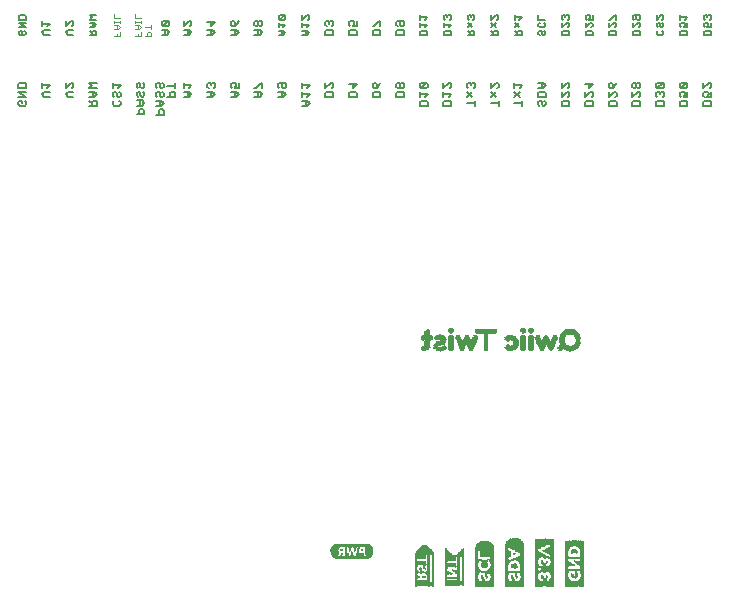
<source format=gbo>
G75*
%MOIN*%
%OFA0B0*%
%FSLAX25Y25*%
%IPPOS*%
%LPD*%
%AMOC8*
5,1,8,0,0,1.08239X$1,22.5*
%
%ADD10R,0.00157X0.15906*%
%ADD11R,0.00157X0.02992*%
%ADD12R,0.00157X0.03937*%
%ADD13R,0.00157X0.07402*%
%ADD14R,0.00157X0.02520*%
%ADD15R,0.00157X0.03307*%
%ADD16R,0.00157X0.01102*%
%ADD17R,0.00157X0.02362*%
%ADD18R,0.00157X0.01890*%
%ADD19R,0.00157X0.02677*%
%ADD20R,0.00157X0.00787*%
%ADD21R,0.00157X0.01732*%
%ADD22R,0.00157X0.02205*%
%ADD23R,0.00157X0.00630*%
%ADD24R,0.00157X0.02047*%
%ADD25R,0.00157X0.00472*%
%ADD26R,0.00157X0.00315*%
%ADD27R,0.00157X0.00945*%
%ADD28R,0.00157X0.01575*%
%ADD29R,0.00157X0.01417*%
%ADD30R,0.00157X0.01260*%
%ADD31R,0.00157X0.03150*%
%ADD32R,0.00157X0.03622*%
%ADD33R,0.00157X0.00157*%
%ADD34R,0.00157X0.02835*%
%ADD35R,0.00157X0.03465*%
%ADD36R,0.00157X0.15276*%
%ADD37R,0.00157X0.11024*%
%ADD38R,0.00157X0.12913*%
%ADD39R,0.00157X0.13386*%
%ADD40R,0.00157X0.13701*%
%ADD41R,0.00157X0.14016*%
%ADD42R,0.00157X0.14173*%
%ADD43R,0.00157X0.14331*%
%ADD44R,0.00157X0.14488*%
%ADD45R,0.00157X0.07087*%
%ADD46R,0.00157X0.04882*%
%ADD47R,0.00157X0.05039*%
%ADD48R,0.00157X0.05197*%
%ADD49R,0.00157X0.13858*%
%ADD50R,0.00157X0.14646*%
%ADD51R,0.00157X0.14961*%
%ADD52R,0.00157X0.15118*%
%ADD53R,0.00157X0.15433*%
%ADD54R,0.00157X0.11969*%
%ADD55R,0.00157X0.04567*%
%ADD56R,0.00157X0.04409*%
%ADD57R,0.00157X0.04252*%
%ADD58R,0.00157X0.04094*%
%ADD59R,0.00157X0.03780*%
%ADD60R,0.00157X0.12756*%
%ADD61R,0.00157X0.12598*%
%ADD62R,0.00157X0.12441*%
%ADD63R,0.00157X0.12283*%
%ADD64R,0.00157X0.11181*%
%ADD65R,0.00157X0.10866*%
%ADD66R,0.00157X0.10709*%
%ADD67R,0.00157X0.12126*%
%ADD68R,0.00157X0.11496*%
%ADD69R,0.00157X0.11654*%
%ADD70R,0.00157X0.13071*%
%ADD71R,0.00157X0.13228*%
%ADD72R,0.00157X0.11811*%
%ADD73R,0.10748X0.00118*%
%ADD74R,0.11457X0.00118*%
%ADD75R,0.11929X0.00079*%
%ADD76R,0.12402X0.00157*%
%ADD77R,0.12638X0.00118*%
%ADD78R,0.12874X0.00118*%
%ADD79R,0.13110X0.00079*%
%ADD80R,0.04961X0.00118*%
%ADD81R,0.03071X0.00118*%
%ADD82R,0.05079X0.00118*%
%ADD83R,0.02244X0.00157*%
%ADD84R,0.00945X0.00157*%
%ADD85R,0.01181X0.00157*%
%ADD86R,0.00472X0.00157*%
%ADD87R,0.02835X0.00157*%
%ADD88R,0.02244X0.00118*%
%ADD89R,0.00591X0.00118*%
%ADD90R,0.00945X0.00118*%
%ADD91R,0.00354X0.00118*%
%ADD92R,0.02598X0.00118*%
%ADD93R,0.02362X0.00118*%
%ADD94R,0.00472X0.00118*%
%ADD95R,0.00827X0.00118*%
%ADD96R,0.02480X0.00118*%
%ADD97R,0.02480X0.00157*%
%ADD98R,0.00236X0.00157*%
%ADD99R,0.00709X0.00157*%
%ADD100R,0.00354X0.00157*%
%ADD101R,0.00709X0.00118*%
%ADD102R,0.00236X0.00118*%
%ADD103R,0.02598X0.00157*%
%ADD104R,0.00591X0.00157*%
%ADD105R,0.00118X0.00157*%
%ADD106R,0.02717X0.00118*%
%ADD107R,0.02835X0.00118*%
%ADD108R,0.00827X0.00157*%
%ADD109R,0.01299X0.00118*%
%ADD110R,0.01654X0.00118*%
%ADD111R,0.01063X0.00118*%
%ADD112R,0.01063X0.00157*%
%ADD113R,0.01181X0.00118*%
%ADD114R,0.02126X0.00118*%
%ADD115R,0.02126X0.00157*%
%ADD116R,0.01417X0.00118*%
%ADD117R,0.13110X0.00118*%
%ADD118R,0.12402X0.00118*%
%ADD119R,0.11929X0.00118*%
%ADD120R,0.01378X0.00276*%
%ADD121R,0.01654X0.00276*%
%ADD122R,0.01929X0.00276*%
%ADD123R,0.06063X0.00276*%
%ADD124R,0.03307X0.00315*%
%ADD125R,0.01929X0.00315*%
%ADD126R,0.07165X0.00315*%
%ADD127R,0.00551X0.00315*%
%ADD128R,0.04134X0.00276*%
%ADD129R,0.07165X0.00276*%
%ADD130R,0.04685X0.00236*%
%ADD131R,0.01929X0.00236*%
%ADD132R,0.07165X0.00236*%
%ADD133R,0.05236X0.00315*%
%ADD134R,0.01654X0.00315*%
%ADD135R,0.05787X0.00276*%
%ADD136R,0.00827X0.00276*%
%ADD137R,0.06614X0.00276*%
%ADD138R,0.02480X0.00236*%
%ADD139R,0.01654X0.00236*%
%ADD140R,0.00551X0.00236*%
%ADD141R,0.02205X0.00315*%
%ADD142R,0.01378X0.00315*%
%ADD143R,0.00827X0.00315*%
%ADD144R,0.01102X0.00315*%
%ADD145R,0.02756X0.00315*%
%ADD146R,0.03583X0.00315*%
%ADD147R,0.02205X0.00276*%
%ADD148R,0.03031X0.00276*%
%ADD149R,0.03583X0.00276*%
%ADD150R,0.03858X0.00276*%
%ADD151R,0.04409X0.00276*%
%ADD152R,0.02480X0.00276*%
%ADD153R,0.00551X0.00276*%
%ADD154R,0.04685X0.00276*%
%ADD155R,0.06614X0.00315*%
%ADD156R,0.03031X0.00315*%
%ADD157R,0.06339X0.00276*%
%ADD158R,0.03307X0.00276*%
%ADD159R,0.02756X0.00276*%
%ADD160R,0.00276X0.00276*%
%ADD161R,0.06890X0.00276*%
%ADD162R,0.01102X0.00276*%
%ADD163R,0.06890X0.00236*%
%ADD164R,0.04134X0.00236*%
%ADD165R,0.02205X0.00236*%
%ADD166R,0.04409X0.00236*%
%ADD167R,0.02756X0.00236*%
%ADD168R,0.01102X0.00236*%
%ADD169R,0.00827X0.00236*%
%ADD170R,0.01378X0.00236*%
%ADD171C,0.00500*%
%ADD172C,0.00600*%
%ADD173C,0.00400*%
D10*
X0345184Y0356343D03*
X0345341Y0356343D03*
X0345499Y0356343D03*
X0345656Y0356343D03*
X0345814Y0356343D03*
X0345971Y0356343D03*
X0346129Y0356343D03*
X0350538Y0356343D03*
X0350696Y0356343D03*
X0350853Y0356343D03*
X0351010Y0356343D03*
X0351168Y0356343D03*
X0351325Y0356343D03*
X0351483Y0356343D03*
D11*
X0348648Y0354610D03*
X0348648Y0349886D03*
X0348491Y0349886D03*
X0348333Y0349886D03*
X0348176Y0349886D03*
X0348018Y0349886D03*
X0348806Y0349886D03*
X0350381Y0349886D03*
X0346286Y0358705D03*
X0347231Y0362799D03*
X0347388Y0362799D03*
X0336759Y0362799D03*
X0336286Y0362484D03*
X0326916Y0361854D03*
X0326759Y0361854D03*
X0316601Y0358520D03*
X0309278Y0360409D03*
X0309121Y0360409D03*
X0306129Y0359150D03*
X0358806Y0352720D03*
X0358963Y0352720D03*
X0360223Y0349886D03*
X0360223Y0362169D03*
D12*
X0350381Y0354138D03*
X0338018Y0362642D03*
X0337861Y0362642D03*
X0307073Y0359622D03*
D13*
X0350381Y0360594D03*
D14*
X0348333Y0363035D03*
X0348176Y0363035D03*
X0346444Y0358783D03*
X0346286Y0349650D03*
X0350223Y0349650D03*
X0356601Y0349650D03*
X0359908Y0349650D03*
X0359908Y0362406D03*
X0356601Y0362406D03*
X0340223Y0349650D03*
X0326286Y0349650D03*
X0326286Y0353587D03*
X0317073Y0358283D03*
D15*
X0316286Y0358677D03*
X0308806Y0360567D03*
X0306444Y0359307D03*
X0327861Y0350043D03*
X0330381Y0353665D03*
X0337861Y0350043D03*
X0337073Y0362799D03*
X0346601Y0362642D03*
X0346759Y0362642D03*
X0348333Y0354453D03*
X0350223Y0354138D03*
X0356286Y0362012D03*
X0360381Y0350043D03*
D16*
X0358648Y0351618D03*
X0359278Y0352248D03*
X0359436Y0356343D03*
X0357073Y0355870D03*
X0357388Y0359965D03*
X0359121Y0359965D03*
X0350223Y0357917D03*
X0348648Y0358390D03*
X0348648Y0360437D03*
X0348806Y0360437D03*
X0347388Y0356500D03*
X0347388Y0351776D03*
X0348963Y0351618D03*
X0340223Y0353035D03*
X0337388Y0351618D03*
X0336444Y0356657D03*
X0330223Y0356972D03*
X0329278Y0355555D03*
X0329751Y0353508D03*
X0329593Y0353350D03*
X0329278Y0353193D03*
X0328648Y0352878D03*
X0327388Y0351618D03*
X0326759Y0353508D03*
X0318806Y0353323D03*
X0318648Y0353323D03*
X0316444Y0353008D03*
X0319278Y0358677D03*
X0309121Y0353008D03*
X0305971Y0353323D03*
X0306129Y0351748D03*
D17*
X0308018Y0355685D03*
X0310066Y0359937D03*
X0317231Y0358205D03*
X0320696Y0359465D03*
X0326444Y0349571D03*
X0328176Y0349571D03*
X0330223Y0349571D03*
X0329121Y0352406D03*
X0330223Y0353665D03*
X0336444Y0349571D03*
X0338176Y0349571D03*
X0339121Y0352406D03*
X0336286Y0359177D03*
X0346444Y0349571D03*
X0348963Y0349571D03*
X0350066Y0349571D03*
X0349908Y0354138D03*
X0350066Y0360437D03*
X0350223Y0360437D03*
X0348648Y0363114D03*
X0348491Y0363114D03*
X0356759Y0362484D03*
X0359751Y0362484D03*
X0356759Y0349571D03*
D18*
X0357388Y0349335D03*
X0357546Y0349335D03*
X0357703Y0349335D03*
X0358963Y0349335D03*
X0359121Y0349335D03*
X0359278Y0349335D03*
X0360223Y0356106D03*
X0356286Y0356106D03*
X0357388Y0362720D03*
X0357546Y0362720D03*
X0359121Y0362720D03*
X0359278Y0362720D03*
X0350223Y0363350D03*
X0349593Y0363350D03*
X0349436Y0363350D03*
X0349593Y0360516D03*
X0349278Y0354217D03*
X0347703Y0354217D03*
X0347703Y0349335D03*
X0347231Y0349335D03*
X0347073Y0349335D03*
X0346916Y0349335D03*
X0349436Y0349335D03*
X0339593Y0349335D03*
X0339436Y0349335D03*
X0339278Y0349335D03*
X0339121Y0349335D03*
X0338963Y0349335D03*
X0338806Y0349335D03*
X0337388Y0349335D03*
X0337231Y0349335D03*
X0337073Y0349335D03*
X0336916Y0349335D03*
X0338806Y0352642D03*
X0336759Y0359256D03*
X0328806Y0352642D03*
X0326444Y0353587D03*
X0326759Y0349335D03*
X0326916Y0349335D03*
X0327231Y0349335D03*
X0327388Y0349335D03*
X0328648Y0349335D03*
X0328806Y0349335D03*
X0328963Y0349335D03*
X0329121Y0349335D03*
X0329278Y0349335D03*
X0329436Y0349335D03*
X0329593Y0349335D03*
X0320223Y0359228D03*
X0317703Y0357969D03*
X0310381Y0359858D03*
X0309278Y0349465D03*
X0309121Y0349465D03*
X0308963Y0349465D03*
X0308806Y0349465D03*
X0308648Y0349465D03*
X0308491Y0349465D03*
X0308333Y0349465D03*
X0308176Y0349465D03*
X0308018Y0349465D03*
X0307861Y0349465D03*
X0307703Y0349465D03*
X0307546Y0349465D03*
X0307388Y0349465D03*
X0307231Y0349465D03*
X0307073Y0349465D03*
X0306916Y0349465D03*
X0306759Y0349465D03*
X0306601Y0349465D03*
X0306444Y0349465D03*
X0306286Y0349465D03*
X0306129Y0349465D03*
X0305971Y0349465D03*
X0315971Y0349622D03*
X0319278Y0349622D03*
D19*
X0316916Y0358362D03*
X0308176Y0355528D03*
X0327546Y0356028D03*
X0328963Y0356028D03*
X0328018Y0349728D03*
X0336286Y0349728D03*
X0340066Y0357445D03*
X0347861Y0362957D03*
X0348018Y0362957D03*
X0350066Y0354138D03*
X0360066Y0349728D03*
X0360066Y0362327D03*
D20*
X0356286Y0358075D03*
X0357388Y0355713D03*
X0357546Y0355713D03*
X0358963Y0356500D03*
X0359278Y0353823D03*
X0360066Y0353823D03*
X0357231Y0352248D03*
X0349278Y0351776D03*
X0347231Y0351776D03*
X0346444Y0355083D03*
X0348806Y0358390D03*
X0348963Y0358390D03*
X0350066Y0357917D03*
X0348491Y0360437D03*
X0348333Y0360437D03*
X0338491Y0357602D03*
X0338333Y0357602D03*
X0338491Y0353193D03*
X0339436Y0353193D03*
X0340066Y0353193D03*
X0336601Y0353193D03*
X0329121Y0356972D03*
X0327231Y0355555D03*
X0327073Y0353508D03*
X0326916Y0353508D03*
X0328491Y0353035D03*
X0318333Y0353480D03*
X0316916Y0352850D03*
X0316759Y0352850D03*
X0319121Y0358677D03*
X0308491Y0354425D03*
X0307546Y0353323D03*
X0306759Y0354425D03*
X0308963Y0353008D03*
X0308491Y0351591D03*
X0307703Y0351591D03*
X0306759Y0351591D03*
X0306601Y0351591D03*
D21*
X0309278Y0353008D03*
X0307861Y0356000D03*
X0310538Y0359780D03*
X0315971Y0355370D03*
X0317861Y0357890D03*
X0318018Y0357890D03*
X0318176Y0357890D03*
X0318333Y0357890D03*
X0318491Y0357890D03*
X0318648Y0357890D03*
X0318648Y0349543D03*
X0318491Y0349543D03*
X0318333Y0349543D03*
X0318176Y0349543D03*
X0318018Y0349543D03*
X0317861Y0349543D03*
X0317703Y0349543D03*
X0317546Y0349543D03*
X0317388Y0349543D03*
X0317231Y0349543D03*
X0317073Y0349543D03*
X0316916Y0349543D03*
X0316759Y0349543D03*
X0316601Y0349543D03*
X0316444Y0349543D03*
X0316286Y0349543D03*
X0316129Y0349543D03*
X0318806Y0349543D03*
X0318963Y0349543D03*
X0319121Y0349543D03*
X0320066Y0349543D03*
X0320853Y0349543D03*
X0327073Y0349256D03*
X0330066Y0353665D03*
X0336286Y0356500D03*
X0338176Y0355398D03*
X0338333Y0355398D03*
X0338491Y0355398D03*
X0339593Y0357602D03*
X0336916Y0359177D03*
X0346916Y0358862D03*
X0347073Y0358862D03*
X0349436Y0360437D03*
X0349751Y0363429D03*
X0349908Y0363429D03*
X0350066Y0363429D03*
X0347546Y0354138D03*
X0347388Y0354138D03*
X0347388Y0349256D03*
X0347546Y0349256D03*
X0356444Y0356028D03*
X0357703Y0362799D03*
X0357861Y0362799D03*
X0358018Y0362799D03*
X0358176Y0362799D03*
X0358333Y0362799D03*
X0358491Y0362799D03*
X0358648Y0362799D03*
X0358806Y0362799D03*
X0358963Y0362799D03*
X0358806Y0349256D03*
X0358648Y0349256D03*
X0358491Y0349256D03*
X0358333Y0349256D03*
X0358176Y0349256D03*
X0358018Y0349256D03*
X0357861Y0349256D03*
X0310853Y0349386D03*
X0310066Y0349386D03*
D22*
X0317388Y0358126D03*
X0320538Y0359386D03*
X0328333Y0349492D03*
X0330066Y0349492D03*
X0328963Y0352484D03*
X0336444Y0359256D03*
X0339908Y0357524D03*
X0338963Y0352484D03*
X0338333Y0349492D03*
X0340066Y0349492D03*
X0346601Y0349492D03*
X0349908Y0349492D03*
X0349751Y0354217D03*
X0348963Y0354374D03*
X0346601Y0358783D03*
X0348806Y0363193D03*
X0348963Y0363193D03*
X0356916Y0362563D03*
X0359593Y0362563D03*
X0359593Y0349492D03*
X0359751Y0349492D03*
X0356916Y0349492D03*
D23*
X0356601Y0353902D03*
X0358648Y0353902D03*
X0359436Y0353902D03*
X0359593Y0353902D03*
X0359751Y0353902D03*
X0359908Y0353902D03*
X0357703Y0355634D03*
X0358806Y0356579D03*
X0360223Y0358154D03*
X0357231Y0359728D03*
X0356444Y0358154D03*
X0349908Y0357996D03*
X0349278Y0358311D03*
X0349121Y0358311D03*
X0347231Y0354689D03*
X0346601Y0355004D03*
X0347231Y0353587D03*
X0346601Y0353272D03*
X0339908Y0353272D03*
X0339751Y0353272D03*
X0339593Y0353272D03*
X0338333Y0353272D03*
X0336759Y0353272D03*
X0337231Y0355004D03*
X0336916Y0356894D03*
X0336759Y0356894D03*
X0337073Y0357051D03*
X0337703Y0357366D03*
X0338018Y0357524D03*
X0338176Y0357524D03*
X0338018Y0359256D03*
X0339436Y0351697D03*
X0329436Y0351697D03*
X0327388Y0353429D03*
X0327231Y0353429D03*
X0327388Y0357051D03*
X0329278Y0357051D03*
X0330066Y0357051D03*
X0318963Y0358598D03*
X0318176Y0353559D03*
X0318018Y0353559D03*
X0317073Y0352772D03*
X0319278Y0351512D03*
X0308806Y0353087D03*
X0307703Y0353244D03*
X0306916Y0353087D03*
X0309278Y0355449D03*
D24*
X0307231Y0353638D03*
X0307073Y0353795D03*
X0305971Y0356000D03*
X0310223Y0359937D03*
X0317546Y0358047D03*
X0320066Y0358992D03*
X0320381Y0359307D03*
X0326601Y0349413D03*
X0327546Y0349413D03*
X0328491Y0349413D03*
X0329751Y0349413D03*
X0329908Y0349413D03*
X0336601Y0349413D03*
X0336759Y0349413D03*
X0337546Y0349413D03*
X0338491Y0349413D03*
X0338648Y0349413D03*
X0339751Y0349413D03*
X0339908Y0349413D03*
X0346759Y0349413D03*
X0349121Y0349413D03*
X0349278Y0349413D03*
X0349593Y0349413D03*
X0349751Y0349413D03*
X0349593Y0354138D03*
X0349436Y0354138D03*
X0349121Y0354295D03*
X0346759Y0358862D03*
X0349751Y0360437D03*
X0349908Y0360437D03*
X0349278Y0363272D03*
X0349121Y0363272D03*
X0357073Y0362642D03*
X0357231Y0362642D03*
X0359436Y0362642D03*
X0359436Y0349413D03*
X0357231Y0349413D03*
X0357073Y0349413D03*
X0339751Y0357602D03*
X0336601Y0359177D03*
D25*
X0338176Y0359177D03*
X0337861Y0357445D03*
X0337546Y0357287D03*
X0337388Y0357287D03*
X0337231Y0357130D03*
X0337231Y0353350D03*
X0337388Y0353350D03*
X0337073Y0353350D03*
X0336916Y0353350D03*
X0337703Y0353350D03*
X0337861Y0353350D03*
X0338018Y0353350D03*
X0338176Y0353350D03*
X0346759Y0353350D03*
X0346916Y0353350D03*
X0347073Y0353508D03*
X0346916Y0354925D03*
X0346759Y0354925D03*
X0349436Y0351776D03*
X0349751Y0358075D03*
X0349593Y0358232D03*
X0349436Y0358232D03*
X0348176Y0360437D03*
X0348018Y0360437D03*
X0356601Y0358075D03*
X0356759Y0358075D03*
X0356916Y0358075D03*
X0357073Y0358075D03*
X0357231Y0358075D03*
X0357388Y0358075D03*
X0357546Y0358075D03*
X0357703Y0358075D03*
X0357861Y0358075D03*
X0358018Y0358075D03*
X0358176Y0358075D03*
X0358333Y0358075D03*
X0358491Y0358075D03*
X0358648Y0358075D03*
X0358806Y0358075D03*
X0358963Y0358075D03*
X0359121Y0358075D03*
X0359278Y0358075D03*
X0359436Y0358075D03*
X0359593Y0358075D03*
X0359751Y0358075D03*
X0359908Y0358075D03*
X0360066Y0358075D03*
X0358648Y0356657D03*
X0358491Y0356657D03*
X0357861Y0355555D03*
X0357861Y0353980D03*
X0358018Y0353980D03*
X0358176Y0353980D03*
X0358333Y0353980D03*
X0358491Y0353980D03*
X0357703Y0353980D03*
X0357546Y0353980D03*
X0357388Y0353980D03*
X0357231Y0353980D03*
X0357073Y0353980D03*
X0356916Y0353980D03*
X0356759Y0353980D03*
X0329908Y0357130D03*
X0329436Y0357130D03*
X0327231Y0357130D03*
X0327073Y0357130D03*
X0326601Y0357130D03*
X0327546Y0353350D03*
X0327703Y0353350D03*
X0327861Y0353350D03*
X0328176Y0353193D03*
X0328333Y0353193D03*
X0319278Y0354740D03*
X0317861Y0353638D03*
X0317231Y0352693D03*
X0317231Y0351433D03*
X0317388Y0351433D03*
X0317546Y0351433D03*
X0317703Y0351433D03*
X0317861Y0351433D03*
X0318018Y0351433D03*
X0318176Y0351433D03*
X0318333Y0351433D03*
X0318491Y0351433D03*
X0318648Y0351433D03*
X0318806Y0351433D03*
X0318963Y0351433D03*
X0319121Y0351433D03*
X0317073Y0351433D03*
X0316916Y0351433D03*
X0316759Y0351433D03*
X0316601Y0351433D03*
X0316444Y0351433D03*
X0316286Y0351433D03*
X0316129Y0351433D03*
X0315971Y0351433D03*
X0318806Y0358520D03*
X0307861Y0353165D03*
X0306129Y0353323D03*
D26*
X0306286Y0353244D03*
X0306444Y0353087D03*
X0306601Y0353087D03*
X0306759Y0353087D03*
X0308018Y0353087D03*
X0308176Y0353087D03*
X0308333Y0353087D03*
X0308491Y0353087D03*
X0308648Y0353087D03*
X0309121Y0355449D03*
X0308806Y0355606D03*
X0317388Y0352614D03*
X0317546Y0352614D03*
X0317703Y0353717D03*
X0318806Y0354819D03*
X0318963Y0354819D03*
X0319121Y0354819D03*
X0326759Y0357209D03*
X0326916Y0357209D03*
X0329593Y0357209D03*
X0329751Y0357209D03*
X0328018Y0353272D03*
X0337546Y0353429D03*
X0338333Y0359256D03*
X0338491Y0359256D03*
X0347073Y0354846D03*
X0349436Y0356579D03*
X0358018Y0355476D03*
X0358176Y0355476D03*
X0358333Y0356736D03*
D27*
X0359121Y0356421D03*
X0359278Y0356421D03*
X0357231Y0355791D03*
X0356444Y0353902D03*
X0358018Y0351539D03*
X0358176Y0351539D03*
X0358333Y0351539D03*
X0358491Y0351539D03*
X0359278Y0359886D03*
X0349278Y0356579D03*
X0349121Y0356579D03*
X0348963Y0356421D03*
X0347231Y0356579D03*
X0346444Y0353272D03*
X0349121Y0351697D03*
X0339278Y0351697D03*
X0339278Y0353114D03*
X0339278Y0355004D03*
X0338806Y0357681D03*
X0338648Y0357681D03*
X0336601Y0356736D03*
X0336444Y0353114D03*
X0337231Y0351697D03*
X0329436Y0353272D03*
X0329278Y0351697D03*
X0327231Y0351697D03*
X0326444Y0357051D03*
X0318491Y0353402D03*
X0316601Y0352929D03*
X0308333Y0351669D03*
X0308176Y0351669D03*
X0308018Y0351669D03*
X0307861Y0351669D03*
X0306444Y0351669D03*
X0306286Y0351669D03*
X0306916Y0354346D03*
D28*
X0306129Y0356079D03*
X0308491Y0356079D03*
X0310853Y0359543D03*
X0310696Y0359701D03*
X0316129Y0355449D03*
X0316286Y0355449D03*
X0316444Y0355449D03*
X0316601Y0355449D03*
X0316759Y0355449D03*
X0316916Y0355449D03*
X0317073Y0355449D03*
X0317231Y0355449D03*
X0317388Y0355449D03*
X0317546Y0355449D03*
X0317703Y0355449D03*
X0317861Y0355449D03*
X0318018Y0355449D03*
X0318176Y0355449D03*
X0318333Y0355449D03*
X0318491Y0355449D03*
X0319278Y0353087D03*
X0315971Y0353087D03*
X0320223Y0349465D03*
X0320381Y0349465D03*
X0320538Y0349465D03*
X0320696Y0349465D03*
X0326601Y0353587D03*
X0329121Y0355634D03*
X0337703Y0355319D03*
X0337861Y0355319D03*
X0338018Y0355319D03*
X0338648Y0355319D03*
X0338806Y0355319D03*
X0339278Y0357681D03*
X0339436Y0357681D03*
X0337073Y0359256D03*
X0349278Y0360516D03*
X0358018Y0360201D03*
X0358176Y0360201D03*
X0358333Y0360201D03*
X0358491Y0360201D03*
X0358648Y0360201D03*
X0360066Y0356106D03*
X0357861Y0352012D03*
X0357703Y0352012D03*
X0310696Y0349307D03*
X0310538Y0349307D03*
X0310381Y0349307D03*
X0310223Y0349307D03*
D29*
X0308648Y0356157D03*
X0307703Y0356157D03*
X0306286Y0356157D03*
X0318648Y0355370D03*
X0319121Y0353165D03*
X0327388Y0355555D03*
X0336286Y0353035D03*
X0337546Y0355240D03*
X0338963Y0355240D03*
X0347231Y0358862D03*
X0347388Y0358862D03*
X0348333Y0358390D03*
X0349121Y0360437D03*
X0356601Y0356028D03*
X0359751Y0356185D03*
X0359908Y0356185D03*
X0358806Y0360122D03*
X0357861Y0360122D03*
X0357703Y0360122D03*
X0357546Y0352091D03*
D30*
X0357388Y0352169D03*
X0356286Y0353744D03*
X0356759Y0355949D03*
X0356916Y0355949D03*
X0359593Y0356264D03*
X0360223Y0353744D03*
X0358963Y0360043D03*
X0357546Y0360043D03*
X0348963Y0360516D03*
X0348018Y0358626D03*
X0347861Y0358626D03*
X0347703Y0358783D03*
X0347546Y0358783D03*
X0348176Y0358469D03*
X0348491Y0358311D03*
X0347546Y0356579D03*
X0347703Y0356421D03*
X0346286Y0355161D03*
X0346286Y0353114D03*
X0347546Y0351697D03*
X0347703Y0351697D03*
X0338648Y0352957D03*
X0337546Y0351539D03*
X0337388Y0355161D03*
X0339121Y0355161D03*
X0339121Y0357681D03*
X0338963Y0357681D03*
X0329908Y0353587D03*
X0327546Y0351539D03*
X0326286Y0356894D03*
X0318963Y0353244D03*
X0316286Y0353087D03*
X0316129Y0353087D03*
X0307388Y0353402D03*
X0305971Y0351669D03*
X0306444Y0356236D03*
X0306601Y0356236D03*
X0306759Y0356236D03*
X0306916Y0356236D03*
X0307073Y0356236D03*
X0307231Y0356236D03*
X0307388Y0356236D03*
X0307546Y0356236D03*
D31*
X0306286Y0359228D03*
X0308963Y0360488D03*
X0316444Y0358598D03*
X0336916Y0362720D03*
X0340223Y0357366D03*
X0346916Y0362720D03*
X0347073Y0362720D03*
X0348018Y0354689D03*
X0348176Y0354531D03*
X0348491Y0354531D03*
X0348806Y0354689D03*
X0356286Y0349965D03*
D32*
X0347861Y0350201D03*
X0347861Y0355083D03*
X0346286Y0362484D03*
X0327703Y0350201D03*
X0306759Y0359465D03*
D33*
X0308963Y0355528D03*
X0317546Y0353795D03*
X0317703Y0352535D03*
X0347703Y0360437D03*
X0347861Y0360437D03*
X0358176Y0356815D03*
X0358333Y0355398D03*
D34*
X0359121Y0352799D03*
X0356444Y0349807D03*
X0356444Y0362248D03*
X0347703Y0362878D03*
X0347546Y0362878D03*
X0340381Y0349807D03*
X0338018Y0349807D03*
X0330381Y0349807D03*
X0328806Y0355949D03*
X0328648Y0355949D03*
X0328491Y0355949D03*
X0328333Y0355949D03*
X0328176Y0355949D03*
X0328018Y0355949D03*
X0327861Y0355949D03*
X0327703Y0355949D03*
X0326286Y0361618D03*
X0326444Y0361776D03*
X0326601Y0361776D03*
X0320853Y0359386D03*
X0316759Y0358441D03*
X0308333Y0355449D03*
X0305971Y0359071D03*
X0336444Y0362720D03*
X0336601Y0362720D03*
D35*
X0337231Y0362720D03*
X0337388Y0362720D03*
X0346444Y0362563D03*
X0316129Y0358756D03*
X0306601Y0359386D03*
D36*
X0335971Y0356028D03*
X0340696Y0356028D03*
X0355184Y0356028D03*
X0355341Y0356028D03*
X0355499Y0356028D03*
X0355656Y0356028D03*
X0355814Y0356028D03*
X0355971Y0356028D03*
X0356129Y0356028D03*
X0360538Y0356028D03*
X0360696Y0356028D03*
X0360853Y0356028D03*
X0361010Y0356028D03*
X0361168Y0356028D03*
X0361325Y0356028D03*
X0361483Y0356028D03*
D37*
X0360381Y0358154D03*
X0319751Y0354189D03*
X0311483Y0354031D03*
X0305184Y0354031D03*
D38*
X0309751Y0354976D03*
X0325184Y0354846D03*
X0331483Y0354846D03*
D39*
X0331325Y0355083D03*
X0325341Y0355083D03*
D40*
X0325499Y0355240D03*
X0331168Y0355240D03*
D41*
X0331010Y0355398D03*
X0325656Y0355398D03*
D42*
X0325814Y0355476D03*
X0330853Y0355476D03*
D43*
X0330696Y0355555D03*
X0335341Y0355555D03*
X0341325Y0355555D03*
X0325971Y0355555D03*
D44*
X0326129Y0355634D03*
X0330538Y0355634D03*
D45*
X0330381Y0359492D03*
D46*
X0330223Y0360752D03*
X0330066Y0360752D03*
X0329908Y0360909D03*
X0329751Y0360909D03*
D47*
X0329593Y0360988D03*
X0329436Y0360988D03*
X0329278Y0360988D03*
X0327388Y0360988D03*
X0327231Y0360988D03*
X0327073Y0360988D03*
D48*
X0327546Y0361067D03*
X0327703Y0361067D03*
X0327861Y0361067D03*
X0328018Y0361067D03*
X0328176Y0361067D03*
X0328333Y0361067D03*
X0328491Y0361067D03*
X0328648Y0361067D03*
X0328806Y0361067D03*
X0328963Y0361067D03*
X0329121Y0361067D03*
D49*
X0335184Y0355319D03*
X0341483Y0355319D03*
D50*
X0341168Y0355713D03*
X0335499Y0355713D03*
D51*
X0335656Y0355870D03*
X0341010Y0355870D03*
D52*
X0340853Y0355949D03*
X0335814Y0355949D03*
D53*
X0336129Y0356106D03*
X0340538Y0356106D03*
D54*
X0340381Y0357996D03*
D55*
X0340223Y0361854D03*
X0339908Y0362012D03*
X0339593Y0362169D03*
X0339121Y0362327D03*
X0308491Y0359937D03*
X0308333Y0359937D03*
X0308176Y0359937D03*
X0308018Y0359937D03*
X0307861Y0359937D03*
D56*
X0307703Y0359858D03*
X0308648Y0360016D03*
X0338806Y0362406D03*
X0338963Y0362406D03*
X0339278Y0362248D03*
X0339436Y0362248D03*
X0339751Y0362091D03*
X0340066Y0361933D03*
D57*
X0338648Y0362484D03*
X0338491Y0362484D03*
X0307546Y0359780D03*
X0307388Y0359780D03*
D58*
X0307231Y0359701D03*
X0338176Y0362563D03*
X0338333Y0362563D03*
D59*
X0337703Y0362720D03*
X0337546Y0362720D03*
X0337703Y0350280D03*
X0315971Y0358756D03*
X0306916Y0359543D03*
D60*
X0309908Y0354898D03*
X0315184Y0355055D03*
X0321483Y0355055D03*
D61*
X0321325Y0354976D03*
X0315341Y0354976D03*
D62*
X0315499Y0354898D03*
X0321168Y0354898D03*
D63*
X0321010Y0354819D03*
X0315656Y0354819D03*
D64*
X0319908Y0354268D03*
X0311325Y0354110D03*
X0305341Y0354110D03*
D65*
X0319593Y0354110D03*
D66*
X0319436Y0354031D03*
D67*
X0315814Y0354740D03*
D68*
X0311168Y0354268D03*
X0305499Y0354268D03*
D69*
X0305656Y0354346D03*
X0311010Y0354346D03*
D70*
X0309593Y0355055D03*
D71*
X0309436Y0355134D03*
D72*
X0305814Y0354425D03*
D73*
X0283951Y0357657D03*
X0283951Y0362343D03*
D74*
X0283951Y0362224D03*
X0283951Y0357776D03*
D75*
X0283951Y0362126D03*
D76*
X0283951Y0362008D03*
D77*
X0283951Y0361870D03*
X0283951Y0358091D03*
D78*
X0283951Y0358209D03*
X0283951Y0361752D03*
D79*
X0283951Y0361654D03*
D80*
X0288144Y0361555D03*
D81*
X0284010Y0361555D03*
D82*
X0279818Y0361555D03*
D83*
X0289621Y0361417D03*
X0289621Y0358583D03*
D84*
X0287318Y0360472D03*
X0286373Y0361417D03*
X0286018Y0359528D03*
X0280467Y0360472D03*
X0280467Y0358583D03*
D85*
X0282239Y0358583D03*
X0283184Y0361417D03*
X0284837Y0361417D03*
D86*
X0284837Y0360472D03*
X0285900Y0360000D03*
X0284010Y0359528D03*
X0283184Y0360472D03*
X0281885Y0361417D03*
D87*
X0278577Y0361417D03*
X0278223Y0359528D03*
D88*
X0278400Y0358445D03*
X0278164Y0358839D03*
X0278164Y0358917D03*
X0289503Y0358445D03*
X0289621Y0358720D03*
X0289621Y0361280D03*
D89*
X0286314Y0361280D03*
X0285959Y0359862D03*
X0284896Y0360728D03*
X0281944Y0360335D03*
X0281944Y0360217D03*
D90*
X0282121Y0359390D03*
X0282121Y0359272D03*
X0280467Y0358720D03*
X0280467Y0360335D03*
X0283184Y0361201D03*
X0283184Y0361280D03*
X0284837Y0361280D03*
X0284837Y0361201D03*
X0284010Y0358839D03*
X0284010Y0358720D03*
X0287318Y0360217D03*
X0287318Y0360335D03*
X0287318Y0360610D03*
D91*
X0286196Y0361083D03*
X0286077Y0360807D03*
X0285959Y0360335D03*
X0285959Y0360217D03*
X0284896Y0360335D03*
X0281825Y0361083D03*
X0281825Y0361201D03*
X0281825Y0361280D03*
D92*
X0278459Y0361280D03*
X0278341Y0361201D03*
X0278105Y0359862D03*
X0278223Y0359272D03*
X0286491Y0358839D03*
X0286491Y0358720D03*
X0289798Y0359390D03*
X0289798Y0359665D03*
X0289798Y0359783D03*
X0289798Y0359862D03*
X0289798Y0360138D03*
X0289798Y0360217D03*
X0289798Y0360335D03*
X0289798Y0360610D03*
D93*
X0289680Y0361083D03*
X0289680Y0361201D03*
X0289680Y0358917D03*
X0289680Y0358839D03*
X0286609Y0359193D03*
D94*
X0285900Y0360138D03*
X0286255Y0361201D03*
X0284837Y0360610D03*
X0284010Y0359390D03*
X0284010Y0359272D03*
X0283184Y0360335D03*
X0283184Y0360610D03*
X0281885Y0360610D03*
X0281885Y0360728D03*
X0281885Y0360807D03*
D95*
X0282062Y0359783D03*
X0282062Y0359665D03*
X0280526Y0360138D03*
X0280526Y0360217D03*
X0280526Y0360610D03*
X0280526Y0358917D03*
X0280526Y0358839D03*
X0283243Y0361083D03*
X0284896Y0361083D03*
X0285959Y0359665D03*
X0287377Y0360138D03*
D96*
X0286550Y0358917D03*
X0289739Y0359193D03*
X0289739Y0359272D03*
X0289739Y0360728D03*
X0289739Y0360807D03*
X0278282Y0361083D03*
X0278164Y0360807D03*
X0278164Y0360728D03*
X0278046Y0360610D03*
X0278046Y0360335D03*
X0278046Y0360217D03*
X0278046Y0360138D03*
X0278164Y0359193D03*
D97*
X0278164Y0359055D03*
X0278046Y0360472D03*
X0278164Y0360945D03*
X0286550Y0359055D03*
X0289739Y0359055D03*
X0289739Y0360945D03*
D98*
X0286136Y0360945D03*
X0283184Y0360000D03*
D99*
X0283184Y0360945D03*
X0282003Y0360000D03*
X0280585Y0359055D03*
X0284010Y0359055D03*
X0284837Y0360945D03*
D100*
X0285959Y0360472D03*
X0281825Y0360945D03*
D101*
X0282003Y0360138D03*
X0282003Y0359862D03*
X0283184Y0360728D03*
X0283184Y0360807D03*
X0284837Y0360807D03*
X0285900Y0359783D03*
X0287436Y0360728D03*
X0284010Y0359193D03*
X0284010Y0358917D03*
X0280585Y0359193D03*
X0280585Y0360728D03*
D102*
X0283184Y0360217D03*
X0283184Y0360138D03*
X0284010Y0359862D03*
X0284010Y0359783D03*
X0284010Y0359665D03*
X0284837Y0360138D03*
X0284837Y0360217D03*
X0286018Y0360610D03*
X0286018Y0360728D03*
D103*
X0286491Y0358583D03*
X0289798Y0359528D03*
X0289798Y0360000D03*
X0289798Y0360472D03*
X0278105Y0360000D03*
D104*
X0281944Y0360472D03*
D105*
X0284896Y0360000D03*
D106*
X0278164Y0359783D03*
X0278164Y0359390D03*
D107*
X0278223Y0359665D03*
X0286491Y0358445D03*
D108*
X0282062Y0359528D03*
D109*
X0284070Y0358445D03*
X0286077Y0359390D03*
D110*
X0286255Y0359272D03*
D111*
X0282180Y0359193D03*
X0282180Y0358917D03*
D112*
X0282180Y0359055D03*
X0284070Y0358583D03*
D113*
X0282239Y0358720D03*
X0282239Y0358839D03*
X0280467Y0358445D03*
D114*
X0278223Y0358720D03*
D115*
X0278223Y0358583D03*
D116*
X0282239Y0358445D03*
D117*
X0283951Y0358327D03*
D118*
X0283951Y0358012D03*
D119*
X0283951Y0357894D03*
D120*
X0323703Y0427173D03*
X0317089Y0434378D03*
X0335829Y0430205D03*
X0336105Y0428551D03*
X0341066Y0434378D03*
X0343546Y0434378D03*
X0348782Y0431583D03*
X0350160Y0427173D03*
D121*
X0347266Y0427173D03*
X0347266Y0427449D03*
X0345888Y0431583D03*
X0351676Y0431583D03*
X0353605Y0427173D03*
X0359392Y0430205D03*
X0359392Y0430480D03*
X0359392Y0430756D03*
X0356636Y0434102D03*
X0328526Y0432409D03*
X0328526Y0431583D03*
X0328526Y0431307D03*
X0328526Y0431031D03*
X0328526Y0430756D03*
X0328526Y0430480D03*
X0328526Y0430205D03*
X0328526Y0429654D03*
X0328526Y0429378D03*
X0328526Y0429102D03*
X0328526Y0428827D03*
X0328526Y0428551D03*
X0328526Y0428276D03*
X0328526Y0428000D03*
X0328526Y0427449D03*
X0328526Y0427173D03*
X0325219Y0431583D03*
X0322188Y0431583D03*
X0319432Y0431583D03*
X0320810Y0427449D03*
X0320810Y0427173D03*
X0314747Y0430480D03*
X0311991Y0428276D03*
X0309235Y0433512D03*
D122*
X0309097Y0432685D03*
X0309097Y0432409D03*
X0309097Y0429654D03*
X0309097Y0429378D03*
X0309097Y0429102D03*
X0309097Y0428827D03*
X0309097Y0428551D03*
X0317089Y0428551D03*
X0317089Y0428276D03*
X0317089Y0428000D03*
X0317089Y0427449D03*
X0317089Y0427173D03*
X0317089Y0428827D03*
X0317089Y0429102D03*
X0317089Y0429378D03*
X0317089Y0429654D03*
X0317089Y0430205D03*
X0317089Y0430480D03*
X0317089Y0430756D03*
X0317089Y0431031D03*
X0317089Y0431307D03*
X0317089Y0431583D03*
X0317089Y0433512D03*
X0317089Y0434102D03*
X0319294Y0431307D03*
X0319570Y0430756D03*
X0319570Y0430480D03*
X0322325Y0431031D03*
X0322325Y0431307D03*
X0324806Y0430480D03*
X0324806Y0430205D03*
X0325081Y0430756D03*
X0325081Y0431031D03*
X0325081Y0431307D03*
X0323703Y0427449D03*
X0338585Y0428827D03*
X0338585Y0429102D03*
X0338585Y0429378D03*
X0338585Y0429654D03*
X0341066Y0429654D03*
X0341066Y0429378D03*
X0341066Y0429102D03*
X0341066Y0428827D03*
X0341066Y0428551D03*
X0341066Y0428276D03*
X0341066Y0428000D03*
X0341066Y0427449D03*
X0341066Y0427173D03*
X0343546Y0427173D03*
X0343546Y0427449D03*
X0343546Y0428000D03*
X0343546Y0428276D03*
X0343546Y0428551D03*
X0343546Y0428827D03*
X0343546Y0429102D03*
X0343546Y0429378D03*
X0343546Y0429654D03*
X0343546Y0430205D03*
X0343546Y0430480D03*
X0343546Y0430756D03*
X0343546Y0431031D03*
X0343546Y0431307D03*
X0343546Y0431583D03*
X0343546Y0433512D03*
X0343546Y0434102D03*
X0341066Y0434102D03*
X0341066Y0433512D03*
X0341066Y0431583D03*
X0341066Y0431307D03*
X0341066Y0431031D03*
X0341066Y0430756D03*
X0341066Y0430480D03*
X0341066Y0430205D03*
X0345751Y0431307D03*
X0346026Y0431031D03*
X0346026Y0430756D03*
X0346026Y0430480D03*
X0346302Y0430205D03*
X0348782Y0431031D03*
X0348782Y0431307D03*
X0351262Y0430480D03*
X0351262Y0430205D03*
X0351538Y0430756D03*
X0351538Y0431031D03*
X0351538Y0431307D03*
X0354018Y0431307D03*
X0354018Y0431031D03*
X0354018Y0430756D03*
X0354018Y0430480D03*
X0354018Y0430205D03*
X0354018Y0429654D03*
X0354294Y0429102D03*
X0354294Y0431583D03*
X0359255Y0431307D03*
X0359255Y0431031D03*
X0359255Y0429654D03*
X0359255Y0429378D03*
X0350160Y0427449D03*
D123*
X0348644Y0429102D03*
X0356636Y0432409D03*
X0328526Y0434102D03*
X0322188Y0429378D03*
X0322188Y0429102D03*
D124*
X0356636Y0433807D03*
D125*
X0354018Y0429949D03*
X0343546Y0429949D03*
X0341066Y0429949D03*
X0338585Y0429949D03*
X0341066Y0433807D03*
X0343546Y0433807D03*
X0317089Y0433807D03*
X0317089Y0429949D03*
X0309097Y0429949D03*
X0309097Y0432980D03*
D126*
X0328526Y0432980D03*
X0328526Y0433807D03*
D127*
X0335967Y0429949D03*
X0309235Y0433807D03*
D128*
X0308822Y0431583D03*
X0308822Y0431307D03*
X0308822Y0431031D03*
X0308822Y0430756D03*
X0308822Y0430480D03*
X0313507Y0427449D03*
X0336932Y0431031D03*
X0337207Y0430480D03*
X0337207Y0428276D03*
X0356774Y0433512D03*
D129*
X0356085Y0428000D03*
X0328526Y0433512D03*
D130*
X0356774Y0433256D03*
D131*
X0350160Y0427744D03*
X0347404Y0427744D03*
X0343546Y0427744D03*
X0341066Y0427744D03*
X0341066Y0433256D03*
X0343546Y0433256D03*
X0323703Y0427744D03*
X0317089Y0427744D03*
X0317089Y0433256D03*
X0309097Y0433256D03*
X0309097Y0432154D03*
D132*
X0328526Y0433256D03*
D133*
X0356774Y0432980D03*
D134*
X0359392Y0429949D03*
X0343684Y0432980D03*
X0341203Y0432980D03*
X0328526Y0431878D03*
X0328526Y0429949D03*
X0316951Y0432980D03*
D135*
X0322325Y0428827D03*
X0348782Y0428827D03*
X0356774Y0432685D03*
D136*
X0356774Y0426622D03*
X0343546Y0432685D03*
X0341066Y0432685D03*
X0317089Y0432685D03*
D137*
X0328526Y0432685D03*
X0355810Y0427449D03*
D138*
X0354570Y0432154D03*
X0358703Y0432154D03*
D139*
X0328526Y0432154D03*
X0328526Y0427744D03*
X0308133Y0426917D03*
D140*
X0313369Y0432154D03*
D141*
X0336794Y0431878D03*
X0354432Y0431878D03*
X0358841Y0431878D03*
D142*
X0351538Y0431878D03*
X0343546Y0431878D03*
X0341066Y0431878D03*
X0325081Y0431878D03*
X0317089Y0431878D03*
D143*
X0348782Y0431878D03*
D144*
X0345888Y0431878D03*
X0322188Y0431878D03*
X0319432Y0431878D03*
D145*
X0313369Y0431878D03*
D146*
X0308822Y0431878D03*
D147*
X0309235Y0430205D03*
X0314471Y0430205D03*
X0319432Y0431031D03*
X0322188Y0430756D03*
X0320810Y0428276D03*
X0320810Y0428000D03*
X0323566Y0428000D03*
X0347266Y0428000D03*
X0350298Y0428000D03*
X0348644Y0430756D03*
X0354156Y0429378D03*
X0354432Y0428827D03*
X0358841Y0428827D03*
X0359117Y0429102D03*
X0359117Y0431583D03*
D148*
X0354570Y0428551D03*
X0336932Y0427173D03*
X0336932Y0431583D03*
X0308546Y0428000D03*
D149*
X0313231Y0429102D03*
X0313231Y0429378D03*
X0313507Y0429654D03*
X0313231Y0431583D03*
X0313507Y0427173D03*
X0336932Y0427449D03*
D150*
X0336794Y0431307D03*
X0356636Y0427173D03*
X0313644Y0430756D03*
X0313369Y0431031D03*
X0313369Y0431307D03*
D151*
X0313369Y0428000D03*
X0337070Y0428000D03*
X0337070Y0430756D03*
D152*
X0338310Y0430205D03*
X0338310Y0428551D03*
X0347404Y0428276D03*
X0348782Y0430205D03*
X0348782Y0430480D03*
X0350160Y0428551D03*
X0350160Y0428276D03*
X0323703Y0428276D03*
X0323703Y0428551D03*
X0322325Y0430480D03*
X0312404Y0428551D03*
X0308270Y0427173D03*
D153*
X0307581Y0430205D03*
X0312266Y0430480D03*
X0335967Y0428827D03*
D154*
X0321223Y0430205D03*
D155*
X0322188Y0429949D03*
X0348644Y0429949D03*
D156*
X0313782Y0429949D03*
D157*
X0322325Y0429654D03*
X0348782Y0429654D03*
X0348782Y0429378D03*
D158*
X0312818Y0428827D03*
D159*
X0308684Y0428276D03*
X0308408Y0427449D03*
X0320810Y0428551D03*
X0347266Y0428551D03*
X0358566Y0428551D03*
D160*
X0314885Y0428551D03*
X0313507Y0426622D03*
D161*
X0356223Y0428276D03*
D162*
X0314747Y0428276D03*
D163*
X0355948Y0427744D03*
D164*
X0336932Y0427744D03*
D165*
X0336794Y0426917D03*
X0320810Y0427744D03*
D166*
X0313369Y0427744D03*
D167*
X0313369Y0426917D03*
X0308408Y0427744D03*
X0356636Y0426917D03*
D168*
X0353329Y0426917D03*
X0347266Y0426917D03*
X0328526Y0426917D03*
X0323566Y0426917D03*
X0320810Y0426917D03*
D169*
X0350160Y0426917D03*
D170*
X0343546Y0426917D03*
X0341066Y0426917D03*
X0317089Y0426917D03*
D171*
X0316926Y0532230D02*
X0316926Y0533381D01*
X0316543Y0533765D01*
X0315008Y0533765D01*
X0314624Y0533381D01*
X0314624Y0532230D01*
X0316926Y0532230D01*
X0316159Y0534809D02*
X0316926Y0535576D01*
X0314624Y0535576D01*
X0314624Y0534809D02*
X0314624Y0536343D01*
X0315008Y0537387D02*
X0314624Y0537770D01*
X0314624Y0538538D01*
X0315008Y0538921D01*
X0315392Y0538921D01*
X0315775Y0538538D01*
X0315775Y0538154D01*
X0315775Y0538538D02*
X0316159Y0538921D01*
X0316543Y0538921D01*
X0316926Y0538538D01*
X0316926Y0537770D01*
X0316543Y0537387D01*
X0322498Y0537770D02*
X0322882Y0537387D01*
X0322498Y0537770D02*
X0322498Y0538538D01*
X0322882Y0538921D01*
X0323266Y0538921D01*
X0323649Y0538538D01*
X0323649Y0538154D01*
X0323649Y0538538D02*
X0324033Y0538921D01*
X0324417Y0538921D01*
X0324800Y0538538D01*
X0324800Y0537770D01*
X0324417Y0537387D01*
X0324033Y0536343D02*
X0322498Y0534809D01*
X0322498Y0533765D02*
X0323266Y0532998D01*
X0323266Y0533381D02*
X0323266Y0532230D01*
X0322498Y0532230D02*
X0324800Y0532230D01*
X0324800Y0533381D01*
X0324417Y0533765D01*
X0323649Y0533765D01*
X0323266Y0533381D01*
X0324033Y0534809D02*
X0322498Y0536343D01*
X0330372Y0536343D02*
X0331907Y0534809D01*
X0332291Y0533765D02*
X0331523Y0533765D01*
X0331140Y0533381D01*
X0331140Y0532230D01*
X0331140Y0532998D02*
X0330372Y0533765D01*
X0330372Y0534809D02*
X0331907Y0536343D01*
X0332291Y0537387D02*
X0332674Y0537770D01*
X0332674Y0538538D01*
X0332291Y0538921D01*
X0331907Y0538921D01*
X0330372Y0537387D01*
X0330372Y0538921D01*
X0332291Y0533765D02*
X0332674Y0533381D01*
X0332674Y0532230D01*
X0330372Y0532230D01*
X0338246Y0532230D02*
X0340548Y0532230D01*
X0340548Y0533381D01*
X0340165Y0533765D01*
X0339397Y0533765D01*
X0339014Y0533381D01*
X0339014Y0532230D01*
X0339014Y0532998D02*
X0338246Y0533765D01*
X0338246Y0534809D02*
X0339781Y0536343D01*
X0339781Y0537387D02*
X0340548Y0538154D01*
X0338246Y0538154D01*
X0338246Y0537387D02*
X0338246Y0538921D01*
X0338246Y0536343D02*
X0339781Y0534809D01*
X0346120Y0535192D02*
X0346120Y0535959D01*
X0346504Y0536343D01*
X0346120Y0537387D02*
X0346120Y0538921D01*
X0346120Y0537387D02*
X0348422Y0537387D01*
X0348039Y0536343D02*
X0348422Y0535959D01*
X0348422Y0535192D01*
X0348039Y0534809D01*
X0346504Y0534809D01*
X0346120Y0535192D01*
X0346504Y0533765D02*
X0346120Y0533381D01*
X0346120Y0532614D01*
X0346504Y0532230D01*
X0347271Y0532614D02*
X0347271Y0533381D01*
X0346888Y0533765D01*
X0346504Y0533765D01*
X0347271Y0532614D02*
X0347655Y0532230D01*
X0348039Y0532230D01*
X0348422Y0532614D01*
X0348422Y0533381D01*
X0348039Y0533765D01*
X0353994Y0533381D02*
X0354378Y0533765D01*
X0355913Y0533765D01*
X0356296Y0533381D01*
X0356296Y0532230D01*
X0353994Y0532230D01*
X0353994Y0533381D01*
X0353994Y0534809D02*
X0355529Y0536343D01*
X0355913Y0536343D01*
X0356296Y0535959D01*
X0356296Y0535192D01*
X0355913Y0534809D01*
X0353994Y0534809D02*
X0353994Y0536343D01*
X0354378Y0537387D02*
X0353994Y0537770D01*
X0353994Y0538538D01*
X0354378Y0538921D01*
X0354762Y0538921D01*
X0355145Y0538538D01*
X0355145Y0538154D01*
X0355145Y0538538D02*
X0355529Y0538921D01*
X0355913Y0538921D01*
X0356296Y0538538D01*
X0356296Y0537770D01*
X0355913Y0537387D01*
X0361868Y0537770D02*
X0362252Y0537387D01*
X0361868Y0537770D02*
X0361868Y0538538D01*
X0362252Y0538921D01*
X0363019Y0538921D01*
X0363403Y0538538D01*
X0363403Y0538154D01*
X0363019Y0537387D01*
X0364170Y0537387D01*
X0364170Y0538921D01*
X0363787Y0536343D02*
X0364170Y0535959D01*
X0364170Y0535192D01*
X0363787Y0534809D01*
X0363787Y0533765D02*
X0364170Y0533381D01*
X0364170Y0532230D01*
X0361868Y0532230D01*
X0361868Y0533381D01*
X0362252Y0533765D01*
X0363787Y0533765D01*
X0361868Y0534809D02*
X0363403Y0536343D01*
X0363787Y0536343D01*
X0361868Y0536343D02*
X0361868Y0534809D01*
X0369742Y0534809D02*
X0369742Y0536343D01*
X0369742Y0537387D02*
X0370126Y0537387D01*
X0371661Y0538921D01*
X0372044Y0538921D01*
X0372044Y0537387D01*
X0371661Y0536343D02*
X0372044Y0535959D01*
X0372044Y0535192D01*
X0371661Y0534809D01*
X0371661Y0533765D02*
X0372044Y0533381D01*
X0372044Y0532230D01*
X0369742Y0532230D01*
X0369742Y0533381D01*
X0370126Y0533765D01*
X0371661Y0533765D01*
X0369742Y0534809D02*
X0371277Y0536343D01*
X0371661Y0536343D01*
X0377616Y0536343D02*
X0377616Y0534809D01*
X0379151Y0536343D01*
X0379535Y0536343D01*
X0379918Y0535959D01*
X0379918Y0535192D01*
X0379535Y0534809D01*
X0379535Y0533765D02*
X0379918Y0533381D01*
X0379918Y0532230D01*
X0377616Y0532230D01*
X0377616Y0533381D01*
X0378000Y0533765D01*
X0379535Y0533765D01*
X0379535Y0537387D02*
X0379151Y0537387D01*
X0378767Y0537770D01*
X0378767Y0538921D01*
X0378000Y0538921D02*
X0379535Y0538921D01*
X0379918Y0538538D01*
X0379918Y0537770D01*
X0379535Y0537387D01*
X0378000Y0537387D02*
X0377616Y0537770D01*
X0377616Y0538538D01*
X0378000Y0538921D01*
X0385490Y0538921D02*
X0385490Y0537387D01*
X0387025Y0538921D01*
X0387409Y0538921D01*
X0387792Y0538538D01*
X0387792Y0537770D01*
X0387409Y0537387D01*
X0387409Y0536343D02*
X0387792Y0535959D01*
X0387792Y0535192D01*
X0387409Y0534809D01*
X0387025Y0534809D01*
X0386641Y0535192D01*
X0386641Y0535959D01*
X0386258Y0536343D01*
X0385874Y0536343D01*
X0385490Y0535959D01*
X0385490Y0535192D01*
X0385874Y0534809D01*
X0385874Y0533765D02*
X0385490Y0533381D01*
X0385490Y0532614D01*
X0385874Y0532230D01*
X0387409Y0532230D01*
X0387792Y0532614D01*
X0387792Y0533381D01*
X0387409Y0533765D01*
X0393364Y0533381D02*
X0393748Y0533765D01*
X0395283Y0533765D01*
X0395666Y0533381D01*
X0395666Y0532230D01*
X0393364Y0532230D01*
X0393364Y0533381D01*
X0393748Y0534809D02*
X0393364Y0535192D01*
X0393364Y0535959D01*
X0393748Y0536343D01*
X0394515Y0536343D01*
X0394899Y0535959D01*
X0394899Y0535576D01*
X0394515Y0534809D01*
X0395666Y0534809D01*
X0395666Y0536343D01*
X0394899Y0537387D02*
X0395666Y0538154D01*
X0393364Y0538154D01*
X0393364Y0537387D02*
X0393364Y0538921D01*
X0401238Y0538538D02*
X0401238Y0537770D01*
X0401622Y0537387D01*
X0401622Y0536343D02*
X0401238Y0535959D01*
X0401238Y0535192D01*
X0401622Y0534809D01*
X0402389Y0534809D02*
X0402773Y0535576D01*
X0402773Y0535959D01*
X0402389Y0536343D01*
X0401622Y0536343D01*
X0402389Y0534809D02*
X0403540Y0534809D01*
X0403540Y0536343D01*
X0403157Y0537387D02*
X0403540Y0537770D01*
X0403540Y0538538D01*
X0403157Y0538921D01*
X0402773Y0538921D01*
X0402389Y0538538D01*
X0402006Y0538921D01*
X0401622Y0538921D01*
X0401238Y0538538D01*
X0402389Y0538538D02*
X0402389Y0538154D01*
X0401622Y0533765D02*
X0403157Y0533765D01*
X0403540Y0533381D01*
X0403540Y0532230D01*
X0401238Y0532230D01*
X0401238Y0533381D01*
X0401622Y0533765D01*
X0309052Y0533381D02*
X0309052Y0532230D01*
X0306750Y0532230D01*
X0306750Y0533381D01*
X0307134Y0533765D01*
X0308669Y0533765D01*
X0309052Y0533381D01*
X0308285Y0534809D02*
X0309052Y0535576D01*
X0306750Y0535576D01*
X0306750Y0534809D02*
X0306750Y0536343D01*
X0306750Y0537387D02*
X0306750Y0538921D01*
X0306750Y0538154D02*
X0309052Y0538154D01*
X0308285Y0537387D01*
X0269682Y0537770D02*
X0269298Y0537387D01*
X0269682Y0537770D02*
X0269682Y0538538D01*
X0269298Y0538921D01*
X0268915Y0538921D01*
X0267380Y0537387D01*
X0267380Y0538921D01*
X0267380Y0536343D02*
X0267380Y0534809D01*
X0267380Y0535576D02*
X0269682Y0535576D01*
X0268915Y0534809D01*
X0268915Y0533765D02*
X0267380Y0533765D01*
X0268531Y0533765D02*
X0268531Y0532230D01*
X0268915Y0532230D02*
X0269682Y0532998D01*
X0268915Y0533765D01*
X0268915Y0532230D02*
X0267380Y0532230D01*
X0261808Y0532998D02*
X0261041Y0533765D01*
X0259506Y0533765D01*
X0259506Y0534809D02*
X0259506Y0536343D01*
X0259506Y0535576D02*
X0261808Y0535576D01*
X0261041Y0534809D01*
X0260657Y0533765D02*
X0260657Y0532230D01*
X0261041Y0532230D02*
X0261808Y0532998D01*
X0261041Y0532230D02*
X0259506Y0532230D01*
X0259890Y0537387D02*
X0261424Y0538921D01*
X0259890Y0538921D01*
X0259506Y0538538D01*
X0259506Y0537770D01*
X0259890Y0537387D01*
X0261424Y0537387D01*
X0261808Y0537770D01*
X0261808Y0538538D01*
X0261424Y0538921D01*
X0198816Y0538921D02*
X0196514Y0538921D01*
X0197281Y0538154D01*
X0196514Y0537387D01*
X0198816Y0537387D01*
X0198049Y0536343D02*
X0196514Y0536343D01*
X0197665Y0536343D02*
X0197665Y0534809D01*
X0198049Y0534809D02*
X0198816Y0535576D01*
X0198049Y0536343D01*
X0198049Y0534809D02*
X0196514Y0534809D01*
X0196514Y0533765D02*
X0197281Y0532998D01*
X0197281Y0533381D02*
X0197281Y0532230D01*
X0196514Y0532230D02*
X0198816Y0532230D01*
X0198816Y0533381D01*
X0198432Y0533765D01*
X0197665Y0533765D01*
X0197281Y0533381D01*
X0175194Y0533381D02*
X0175194Y0532614D01*
X0174810Y0532230D01*
X0173276Y0532230D01*
X0172892Y0532614D01*
X0172892Y0533381D01*
X0173276Y0533765D01*
X0174043Y0533765D01*
X0174043Y0532998D01*
X0174810Y0533765D02*
X0175194Y0533381D01*
X0175194Y0534809D02*
X0172892Y0536343D01*
X0175194Y0536343D01*
X0175194Y0537387D02*
X0175194Y0538538D01*
X0174810Y0538921D01*
X0173276Y0538921D01*
X0172892Y0538538D01*
X0172892Y0537387D01*
X0175194Y0537387D01*
X0175194Y0534809D02*
X0172892Y0534809D01*
D172*
X0180616Y0535227D02*
X0180616Y0536962D01*
X0180616Y0536094D02*
X0183218Y0536094D01*
X0182351Y0535227D01*
X0181483Y0534015D02*
X0183218Y0534015D01*
X0181483Y0534015D02*
X0180616Y0533148D01*
X0181483Y0532280D01*
X0183218Y0532280D01*
X0188490Y0533148D02*
X0189357Y0534015D01*
X0191092Y0534015D01*
X0190659Y0535227D02*
X0191092Y0535661D01*
X0191092Y0536528D01*
X0190659Y0536962D01*
X0190225Y0536962D01*
X0188490Y0535227D01*
X0188490Y0536962D01*
X0188490Y0533148D02*
X0189357Y0532280D01*
X0191092Y0532280D01*
X0190659Y0516317D02*
X0191092Y0515883D01*
X0191092Y0515016D01*
X0190659Y0514582D01*
X0191092Y0513370D02*
X0189357Y0513370D01*
X0188490Y0512503D01*
X0189357Y0511635D01*
X0191092Y0511635D01*
X0188490Y0514582D02*
X0190225Y0516317D01*
X0190659Y0516317D01*
X0188490Y0516317D02*
X0188490Y0514582D01*
X0183218Y0515449D02*
X0180616Y0515449D01*
X0180616Y0514582D02*
X0180616Y0516317D01*
X0182351Y0514582D02*
X0183218Y0515449D01*
X0183218Y0513370D02*
X0181483Y0513370D01*
X0180616Y0512503D01*
X0181483Y0511635D01*
X0183218Y0511635D01*
X0175344Y0511635D02*
X0172742Y0513370D01*
X0175344Y0513370D01*
X0175344Y0514582D02*
X0175344Y0515883D01*
X0174911Y0516317D01*
X0173176Y0516317D01*
X0172742Y0515883D01*
X0172742Y0514582D01*
X0175344Y0514582D01*
X0175344Y0511635D02*
X0172742Y0511635D01*
X0173176Y0510424D02*
X0174043Y0510424D01*
X0174043Y0509556D01*
X0174911Y0508689D02*
X0173176Y0508689D01*
X0172742Y0509122D01*
X0172742Y0509990D01*
X0173176Y0510424D01*
X0174911Y0510424D02*
X0175344Y0509990D01*
X0175344Y0509122D01*
X0174911Y0508689D01*
X0196364Y0508689D02*
X0198966Y0508689D01*
X0198966Y0509990D01*
X0198533Y0510424D01*
X0197665Y0510424D01*
X0197231Y0509990D01*
X0197231Y0508689D01*
X0197231Y0509556D02*
X0196364Y0510424D01*
X0196364Y0511635D02*
X0198099Y0511635D01*
X0198966Y0512503D01*
X0198099Y0513370D01*
X0196364Y0513370D01*
X0196364Y0514582D02*
X0197231Y0515449D01*
X0196364Y0516317D01*
X0198966Y0516317D01*
X0198966Y0514582D02*
X0196364Y0514582D01*
X0197665Y0513370D02*
X0197665Y0511635D01*
X0204238Y0512069D02*
X0204672Y0511635D01*
X0204238Y0512069D02*
X0204238Y0512936D01*
X0204672Y0513370D01*
X0205105Y0513370D01*
X0205539Y0512936D01*
X0205539Y0512069D01*
X0205973Y0511635D01*
X0206407Y0511635D01*
X0206840Y0512069D01*
X0206840Y0512936D01*
X0206407Y0513370D01*
X0205973Y0514582D02*
X0206840Y0515449D01*
X0204238Y0515449D01*
X0204238Y0514582D02*
X0204238Y0516317D01*
X0204672Y0510424D02*
X0204238Y0509990D01*
X0204238Y0509122D01*
X0204672Y0508689D01*
X0206407Y0508689D01*
X0206840Y0509122D01*
X0206840Y0509990D01*
X0206407Y0510424D01*
X0212163Y0510489D02*
X0213897Y0510489D01*
X0214765Y0509622D01*
X0213897Y0508754D01*
X0212163Y0508754D01*
X0213464Y0508754D02*
X0213464Y0510489D01*
X0213897Y0511701D02*
X0213464Y0512135D01*
X0213464Y0513002D01*
X0213030Y0513436D01*
X0212596Y0513436D01*
X0212163Y0513002D01*
X0212163Y0512135D01*
X0212596Y0511701D01*
X0213897Y0511701D02*
X0214331Y0511701D01*
X0214765Y0512135D01*
X0214765Y0513002D01*
X0214331Y0513436D01*
X0214331Y0514648D02*
X0213897Y0514648D01*
X0213464Y0515081D01*
X0213464Y0515949D01*
X0213030Y0516382D01*
X0212596Y0516382D01*
X0212163Y0515949D01*
X0212163Y0515081D01*
X0212596Y0514648D01*
X0214331Y0514648D02*
X0214765Y0515081D01*
X0214765Y0515949D01*
X0214331Y0516382D01*
X0218619Y0515881D02*
X0218619Y0515013D01*
X0219053Y0514580D01*
X0219920Y0515013D02*
X0219920Y0515881D01*
X0219486Y0516315D01*
X0219053Y0516315D01*
X0218619Y0515881D01*
X0219920Y0515013D02*
X0220354Y0514580D01*
X0220788Y0514580D01*
X0221221Y0515013D01*
X0221221Y0515881D01*
X0220788Y0516315D01*
X0222368Y0515404D02*
X0224970Y0515404D01*
X0224970Y0514537D02*
X0224970Y0516272D01*
X0227860Y0516317D02*
X0227860Y0514582D01*
X0227860Y0515449D02*
X0230462Y0515449D01*
X0229595Y0514582D01*
X0229595Y0513370D02*
X0227860Y0513370D01*
X0229161Y0513370D02*
X0229161Y0511635D01*
X0229595Y0511635D02*
X0230462Y0512503D01*
X0229595Y0513370D01*
X0229595Y0511635D02*
X0227860Y0511635D01*
X0224970Y0511590D02*
X0224970Y0512892D01*
X0224536Y0513325D01*
X0223669Y0513325D01*
X0223235Y0512892D01*
X0223235Y0511590D01*
X0222368Y0511590D02*
X0224970Y0511590D01*
X0221221Y0512067D02*
X0220788Y0511633D01*
X0220354Y0511633D01*
X0219920Y0512067D01*
X0219920Y0512934D01*
X0219486Y0513368D01*
X0219053Y0513368D01*
X0218619Y0512934D01*
X0218619Y0512067D01*
X0219053Y0511633D01*
X0218619Y0510422D02*
X0220354Y0510422D01*
X0221221Y0509554D01*
X0220354Y0508687D01*
X0218619Y0508687D01*
X0219920Y0508687D02*
X0219920Y0510422D01*
X0221221Y0512067D02*
X0221221Y0512934D01*
X0220788Y0513368D01*
X0220788Y0507475D02*
X0219920Y0507475D01*
X0219486Y0507041D01*
X0219486Y0505740D01*
X0218619Y0505740D02*
X0221221Y0505740D01*
X0221221Y0507041D01*
X0220788Y0507475D01*
X0214765Y0507109D02*
X0214331Y0507543D01*
X0213464Y0507543D01*
X0213030Y0507109D01*
X0213030Y0505808D01*
X0212163Y0505808D02*
X0214765Y0505808D01*
X0214765Y0507109D01*
X0220486Y0532280D02*
X0222221Y0532280D01*
X0223088Y0533148D01*
X0222221Y0534015D01*
X0220486Y0534015D01*
X0220920Y0535227D02*
X0220486Y0535661D01*
X0220486Y0536528D01*
X0220920Y0536962D01*
X0222655Y0536962D01*
X0220920Y0535227D01*
X0222655Y0535227D01*
X0223088Y0535661D01*
X0223088Y0536528D01*
X0222655Y0536962D01*
X0221787Y0534015D02*
X0221787Y0532280D01*
X0227860Y0532280D02*
X0229595Y0532280D01*
X0230462Y0533148D01*
X0229595Y0534015D01*
X0227860Y0534015D01*
X0227860Y0535227D02*
X0229595Y0536962D01*
X0230029Y0536962D01*
X0230462Y0536528D01*
X0230462Y0535661D01*
X0230029Y0535227D01*
X0229161Y0534015D02*
X0229161Y0532280D01*
X0227860Y0535227D02*
X0227860Y0536962D01*
X0235734Y0536528D02*
X0238336Y0536528D01*
X0237035Y0535227D01*
X0237035Y0536962D01*
X0237035Y0534015D02*
X0237035Y0532280D01*
X0237469Y0532280D02*
X0238336Y0533148D01*
X0237469Y0534015D01*
X0235734Y0534015D01*
X0235734Y0532280D02*
X0237469Y0532280D01*
X0243608Y0532280D02*
X0245343Y0532280D01*
X0246210Y0533148D01*
X0245343Y0534015D01*
X0243608Y0534015D01*
X0244042Y0535227D02*
X0243608Y0535661D01*
X0243608Y0536528D01*
X0244042Y0536962D01*
X0244476Y0536962D01*
X0244909Y0536528D01*
X0244909Y0535227D01*
X0244042Y0535227D01*
X0244909Y0535227D02*
X0245777Y0536094D01*
X0246210Y0536962D01*
X0244909Y0534015D02*
X0244909Y0532280D01*
X0251482Y0532280D02*
X0253217Y0532280D01*
X0254084Y0533148D01*
X0253217Y0534015D01*
X0251482Y0534015D01*
X0251916Y0535227D02*
X0252350Y0535227D01*
X0252783Y0535661D01*
X0252783Y0536528D01*
X0252350Y0536962D01*
X0251916Y0536962D01*
X0251482Y0536528D01*
X0251482Y0535661D01*
X0251916Y0535227D01*
X0252783Y0535661D02*
X0253217Y0535227D01*
X0253651Y0535227D01*
X0254084Y0535661D01*
X0254084Y0536528D01*
X0253651Y0536962D01*
X0253217Y0536962D01*
X0252783Y0536528D01*
X0252783Y0534015D02*
X0252783Y0532280D01*
X0253651Y0516317D02*
X0251916Y0514582D01*
X0251482Y0514582D01*
X0251482Y0513370D02*
X0253217Y0513370D01*
X0254084Y0512503D01*
X0253217Y0511635D01*
X0251482Y0511635D01*
X0252783Y0511635D02*
X0252783Y0513370D01*
X0254084Y0514582D02*
X0254084Y0516317D01*
X0253651Y0516317D01*
X0259356Y0515883D02*
X0259790Y0516317D01*
X0261525Y0516317D01*
X0261958Y0515883D01*
X0261958Y0515016D01*
X0261525Y0514582D01*
X0261091Y0514582D01*
X0260657Y0515016D01*
X0260657Y0516317D01*
X0259356Y0515883D02*
X0259356Y0515016D01*
X0259790Y0514582D01*
X0259356Y0513370D02*
X0261091Y0513370D01*
X0261958Y0512503D01*
X0261091Y0511635D01*
X0259356Y0511635D01*
X0260657Y0511635D02*
X0260657Y0513370D01*
X0267230Y0513370D02*
X0267230Y0511635D01*
X0267230Y0512503D02*
X0269832Y0512503D01*
X0268965Y0511635D01*
X0268965Y0510424D02*
X0267230Y0510424D01*
X0268531Y0510424D02*
X0268531Y0508689D01*
X0268965Y0508689D02*
X0269832Y0509556D01*
X0268965Y0510424D01*
X0268965Y0508689D02*
X0267230Y0508689D01*
X0267230Y0514582D02*
X0267230Y0516317D01*
X0267230Y0515449D02*
X0269832Y0515449D01*
X0268965Y0514582D01*
X0275104Y0514582D02*
X0276839Y0516317D01*
X0277273Y0516317D01*
X0277706Y0515883D01*
X0277706Y0515016D01*
X0277273Y0514582D01*
X0277273Y0513370D02*
X0277706Y0512936D01*
X0277706Y0511635D01*
X0275104Y0511635D01*
X0275104Y0512936D01*
X0275538Y0513370D01*
X0277273Y0513370D01*
X0275104Y0514582D02*
X0275104Y0516317D01*
X0282978Y0515883D02*
X0285580Y0515883D01*
X0284279Y0514582D01*
X0284279Y0516317D01*
X0283412Y0513370D02*
X0285147Y0513370D01*
X0285580Y0512936D01*
X0285580Y0511635D01*
X0282978Y0511635D01*
X0282978Y0512936D01*
X0283412Y0513370D01*
X0290852Y0512936D02*
X0291286Y0513370D01*
X0293021Y0513370D01*
X0293454Y0512936D01*
X0293454Y0511635D01*
X0290852Y0511635D01*
X0290852Y0512936D01*
X0291286Y0514582D02*
X0290852Y0515016D01*
X0290852Y0515883D01*
X0291286Y0516317D01*
X0291720Y0516317D01*
X0292153Y0515883D01*
X0292153Y0514582D01*
X0291286Y0514582D01*
X0292153Y0514582D02*
X0293021Y0515449D01*
X0293454Y0516317D01*
X0298726Y0515883D02*
X0298726Y0515016D01*
X0299160Y0514582D01*
X0299594Y0514582D01*
X0300027Y0515016D01*
X0300027Y0515883D01*
X0299594Y0516317D01*
X0299160Y0516317D01*
X0298726Y0515883D01*
X0300027Y0515883D02*
X0300461Y0516317D01*
X0300895Y0516317D01*
X0301328Y0515883D01*
X0301328Y0515016D01*
X0300895Y0514582D01*
X0300461Y0514582D01*
X0300027Y0515016D01*
X0299160Y0513370D02*
X0300895Y0513370D01*
X0301328Y0512936D01*
X0301328Y0511635D01*
X0298726Y0511635D01*
X0298726Y0512936D01*
X0299160Y0513370D01*
X0306600Y0513370D02*
X0306600Y0511635D01*
X0306600Y0512503D02*
X0309202Y0512503D01*
X0308335Y0511635D01*
X0308769Y0510424D02*
X0309202Y0509990D01*
X0309202Y0508689D01*
X0306600Y0508689D01*
X0306600Y0509990D01*
X0307034Y0510424D01*
X0308769Y0510424D01*
X0308769Y0514582D02*
X0309202Y0515016D01*
X0309202Y0515883D01*
X0308769Y0516317D01*
X0307034Y0514582D01*
X0306600Y0515016D01*
X0306600Y0515883D01*
X0307034Y0516317D01*
X0308769Y0516317D01*
X0308769Y0514582D02*
X0307034Y0514582D01*
X0314474Y0514582D02*
X0316209Y0516317D01*
X0316643Y0516317D01*
X0317076Y0515883D01*
X0317076Y0515016D01*
X0316643Y0514582D01*
X0317076Y0512503D02*
X0314474Y0512503D01*
X0314474Y0513370D02*
X0314474Y0511635D01*
X0314908Y0510424D02*
X0314474Y0509990D01*
X0314474Y0508689D01*
X0317076Y0508689D01*
X0317076Y0509990D01*
X0316643Y0510424D01*
X0314908Y0510424D01*
X0316209Y0511635D02*
X0317076Y0512503D01*
X0314474Y0514582D02*
X0314474Y0516317D01*
X0322348Y0515883D02*
X0322348Y0515016D01*
X0322782Y0514582D01*
X0323649Y0515449D02*
X0323649Y0515883D01*
X0323216Y0516317D01*
X0322782Y0516317D01*
X0322348Y0515883D01*
X0323649Y0515883D02*
X0324083Y0516317D01*
X0324517Y0516317D01*
X0324951Y0515883D01*
X0324951Y0515016D01*
X0324517Y0514582D01*
X0324083Y0513370D02*
X0322348Y0511635D01*
X0324083Y0511635D02*
X0322348Y0513370D01*
X0322348Y0509556D02*
X0324951Y0509556D01*
X0324951Y0508689D02*
X0324951Y0510424D01*
X0330222Y0509556D02*
X0332825Y0509556D01*
X0332825Y0508689D02*
X0332825Y0510424D01*
X0331957Y0511635D02*
X0330222Y0513370D01*
X0330222Y0514582D02*
X0331957Y0516317D01*
X0332391Y0516317D01*
X0332825Y0515883D01*
X0332825Y0515016D01*
X0332391Y0514582D01*
X0331957Y0513370D02*
X0330222Y0511635D01*
X0330222Y0514582D02*
X0330222Y0516317D01*
X0338096Y0516317D02*
X0338096Y0514582D01*
X0338096Y0515449D02*
X0340699Y0515449D01*
X0339831Y0514582D01*
X0339831Y0513370D02*
X0338096Y0511635D01*
X0339831Y0511635D02*
X0338096Y0513370D01*
X0338096Y0509556D02*
X0340699Y0509556D01*
X0340699Y0508689D02*
X0340699Y0510424D01*
X0345970Y0509990D02*
X0345970Y0509122D01*
X0346404Y0508689D01*
X0347271Y0509122D02*
X0347271Y0509990D01*
X0346838Y0510424D01*
X0346404Y0510424D01*
X0345970Y0509990D01*
X0347271Y0509122D02*
X0347705Y0508689D01*
X0348139Y0508689D01*
X0348573Y0509122D01*
X0348573Y0509990D01*
X0348139Y0510424D01*
X0348573Y0511635D02*
X0348573Y0512936D01*
X0348139Y0513370D01*
X0346404Y0513370D01*
X0345970Y0512936D01*
X0345970Y0511635D01*
X0348573Y0511635D01*
X0347705Y0514582D02*
X0348573Y0515449D01*
X0347705Y0516317D01*
X0345970Y0516317D01*
X0347271Y0516317D02*
X0347271Y0514582D01*
X0347705Y0514582D02*
X0345970Y0514582D01*
X0353844Y0514582D02*
X0355579Y0516317D01*
X0356013Y0516317D01*
X0356447Y0515883D01*
X0356447Y0515016D01*
X0356013Y0514582D01*
X0356013Y0513370D02*
X0356447Y0512936D01*
X0356447Y0512069D01*
X0356013Y0511635D01*
X0356013Y0510424D02*
X0356447Y0509990D01*
X0356447Y0508689D01*
X0353844Y0508689D01*
X0353844Y0509990D01*
X0354278Y0510424D01*
X0356013Y0510424D01*
X0353844Y0511635D02*
X0355579Y0513370D01*
X0356013Y0513370D01*
X0353844Y0513370D02*
X0353844Y0511635D01*
X0353844Y0514582D02*
X0353844Y0516317D01*
X0361718Y0515883D02*
X0364321Y0515883D01*
X0363019Y0514582D01*
X0363019Y0516317D01*
X0363453Y0513370D02*
X0363887Y0513370D01*
X0364321Y0512936D01*
X0364321Y0512069D01*
X0363887Y0511635D01*
X0363887Y0510424D02*
X0364321Y0509990D01*
X0364321Y0508689D01*
X0361718Y0508689D01*
X0361718Y0509990D01*
X0362152Y0510424D01*
X0363887Y0510424D01*
X0361718Y0511635D02*
X0363453Y0513370D01*
X0361718Y0513370D02*
X0361718Y0511635D01*
X0369592Y0511635D02*
X0371327Y0513370D01*
X0371761Y0513370D01*
X0372195Y0512936D01*
X0372195Y0512069D01*
X0371761Y0511635D01*
X0371761Y0510424D02*
X0372195Y0509990D01*
X0372195Y0508689D01*
X0369592Y0508689D01*
X0369592Y0509990D01*
X0370026Y0510424D01*
X0371761Y0510424D01*
X0369592Y0511635D02*
X0369592Y0513370D01*
X0370026Y0514582D02*
X0369592Y0515016D01*
X0369592Y0515883D01*
X0370026Y0516317D01*
X0370460Y0516317D01*
X0370893Y0515883D01*
X0370893Y0514582D01*
X0370026Y0514582D01*
X0370893Y0514582D02*
X0371761Y0515449D01*
X0372195Y0516317D01*
X0377466Y0515883D02*
X0377466Y0515016D01*
X0377900Y0514582D01*
X0378334Y0514582D01*
X0378768Y0515016D01*
X0378768Y0515883D01*
X0378334Y0516317D01*
X0377900Y0516317D01*
X0377466Y0515883D01*
X0378768Y0515883D02*
X0379201Y0516317D01*
X0379635Y0516317D01*
X0380069Y0515883D01*
X0380069Y0515016D01*
X0379635Y0514582D01*
X0379201Y0514582D01*
X0378768Y0515016D01*
X0379201Y0513370D02*
X0379635Y0513370D01*
X0380069Y0512936D01*
X0380069Y0512069D01*
X0379635Y0511635D01*
X0379635Y0510424D02*
X0380069Y0509990D01*
X0380069Y0508689D01*
X0377466Y0508689D01*
X0377466Y0509990D01*
X0377900Y0510424D01*
X0379635Y0510424D01*
X0377466Y0511635D02*
X0379201Y0513370D01*
X0377466Y0513370D02*
X0377466Y0511635D01*
X0385340Y0512069D02*
X0385774Y0511635D01*
X0385340Y0512069D02*
X0385340Y0512936D01*
X0385774Y0513370D01*
X0386208Y0513370D01*
X0386642Y0512936D01*
X0386642Y0512503D01*
X0386642Y0512936D02*
X0387075Y0513370D01*
X0387509Y0513370D01*
X0387943Y0512936D01*
X0387943Y0512069D01*
X0387509Y0511635D01*
X0387509Y0510424D02*
X0387943Y0509990D01*
X0387943Y0508689D01*
X0385340Y0508689D01*
X0385340Y0509990D01*
X0385774Y0510424D01*
X0387509Y0510424D01*
X0387509Y0514582D02*
X0387943Y0515016D01*
X0387943Y0515883D01*
X0387509Y0516317D01*
X0385774Y0514582D01*
X0385340Y0515016D01*
X0385340Y0515883D01*
X0385774Y0516317D01*
X0387509Y0516317D01*
X0387509Y0514582D02*
X0385774Y0514582D01*
X0393214Y0515016D02*
X0393648Y0514582D01*
X0395383Y0516317D01*
X0393648Y0516317D01*
X0393214Y0515883D01*
X0393214Y0515016D01*
X0393648Y0514582D02*
X0395383Y0514582D01*
X0395817Y0515016D01*
X0395817Y0515883D01*
X0395383Y0516317D01*
X0395817Y0513370D02*
X0395817Y0511635D01*
X0394516Y0511635D01*
X0394949Y0512503D01*
X0394949Y0512936D01*
X0394516Y0513370D01*
X0393648Y0513370D01*
X0393214Y0512936D01*
X0393214Y0512069D01*
X0393648Y0511635D01*
X0393648Y0510424D02*
X0395383Y0510424D01*
X0395817Y0509990D01*
X0395817Y0508689D01*
X0393214Y0508689D01*
X0393214Y0509990D01*
X0393648Y0510424D01*
X0401088Y0509990D02*
X0401088Y0508689D01*
X0403691Y0508689D01*
X0403691Y0509990D01*
X0403257Y0510424D01*
X0401522Y0510424D01*
X0401088Y0509990D01*
X0401522Y0511635D02*
X0401088Y0512069D01*
X0401088Y0512936D01*
X0401522Y0513370D01*
X0402390Y0513370D01*
X0402823Y0512936D01*
X0402823Y0512503D01*
X0402390Y0511635D01*
X0403691Y0511635D01*
X0403691Y0513370D01*
X0403257Y0514582D02*
X0403691Y0515016D01*
X0403691Y0515883D01*
X0403257Y0516317D01*
X0402823Y0516317D01*
X0401088Y0514582D01*
X0401088Y0516317D01*
X0301328Y0532280D02*
X0301328Y0533581D01*
X0300895Y0534015D01*
X0299160Y0534015D01*
X0298726Y0533581D01*
X0298726Y0532280D01*
X0301328Y0532280D01*
X0300895Y0535227D02*
X0300461Y0535227D01*
X0300027Y0535661D01*
X0300027Y0536962D01*
X0299160Y0536962D02*
X0300895Y0536962D01*
X0301328Y0536528D01*
X0301328Y0535661D01*
X0300895Y0535227D01*
X0299160Y0535227D02*
X0298726Y0535661D01*
X0298726Y0536528D01*
X0299160Y0536962D01*
X0293454Y0536962D02*
X0293021Y0536962D01*
X0291286Y0535227D01*
X0290852Y0535227D01*
X0291286Y0534015D02*
X0290852Y0533581D01*
X0290852Y0532280D01*
X0293454Y0532280D01*
X0293454Y0533581D01*
X0293021Y0534015D01*
X0291286Y0534015D01*
X0293454Y0535227D02*
X0293454Y0536962D01*
X0285580Y0536962D02*
X0285580Y0535227D01*
X0284279Y0535227D01*
X0284713Y0536094D01*
X0284713Y0536528D01*
X0284279Y0536962D01*
X0283412Y0536962D01*
X0282978Y0536528D01*
X0282978Y0535661D01*
X0283412Y0535227D01*
X0283412Y0534015D02*
X0285147Y0534015D01*
X0285580Y0533581D01*
X0285580Y0532280D01*
X0282978Y0532280D01*
X0282978Y0533581D01*
X0283412Y0534015D01*
X0277706Y0533581D02*
X0277706Y0532280D01*
X0275104Y0532280D01*
X0275104Y0533581D01*
X0275538Y0534015D01*
X0277273Y0534015D01*
X0277706Y0533581D01*
X0277273Y0535227D02*
X0277706Y0535661D01*
X0277706Y0536528D01*
X0277273Y0536962D01*
X0276839Y0536962D01*
X0276405Y0536528D01*
X0275972Y0536962D01*
X0275538Y0536962D01*
X0275104Y0536528D01*
X0275104Y0535661D01*
X0275538Y0535227D01*
X0276405Y0536094D02*
X0276405Y0536528D01*
X0246210Y0516317D02*
X0246210Y0514582D01*
X0244909Y0514582D01*
X0245343Y0515449D01*
X0245343Y0515883D01*
X0244909Y0516317D01*
X0244042Y0516317D01*
X0243608Y0515883D01*
X0243608Y0515016D01*
X0244042Y0514582D01*
X0243608Y0513370D02*
X0245343Y0513370D01*
X0246210Y0512503D01*
X0245343Y0511635D01*
X0243608Y0511635D01*
X0244909Y0511635D02*
X0244909Y0513370D01*
X0238336Y0512503D02*
X0237469Y0513370D01*
X0235734Y0513370D01*
X0236168Y0514582D02*
X0235734Y0515016D01*
X0235734Y0515883D01*
X0236168Y0516317D01*
X0236602Y0516317D01*
X0237035Y0515883D01*
X0237035Y0515449D01*
X0237035Y0515883D02*
X0237469Y0516317D01*
X0237903Y0516317D01*
X0238336Y0515883D01*
X0238336Y0515016D01*
X0237903Y0514582D01*
X0237035Y0513370D02*
X0237035Y0511635D01*
X0237469Y0511635D02*
X0238336Y0512503D01*
X0237469Y0511635D02*
X0235734Y0511635D01*
D173*
X0216906Y0532067D02*
X0216906Y0533068D01*
X0216572Y0533402D01*
X0215905Y0533402D01*
X0215571Y0533068D01*
X0215571Y0532067D01*
X0214904Y0532067D02*
X0216906Y0532067D01*
X0216906Y0534277D02*
X0216906Y0535612D01*
X0216906Y0534944D02*
X0214904Y0534944D01*
X0213506Y0534821D02*
X0212838Y0535489D01*
X0211504Y0535489D01*
X0211504Y0536364D02*
X0211504Y0537031D01*
X0211504Y0536698D02*
X0213506Y0536698D01*
X0213506Y0537031D02*
X0213506Y0536364D01*
X0212505Y0535489D02*
X0212505Y0534154D01*
X0212838Y0534154D02*
X0213506Y0534821D01*
X0212838Y0534154D02*
X0211504Y0534154D01*
X0212505Y0532611D02*
X0212505Y0531944D01*
X0213506Y0531944D02*
X0213506Y0533279D01*
X0213506Y0531944D02*
X0211504Y0531944D01*
X0206730Y0531928D02*
X0206730Y0533262D01*
X0206063Y0534138D02*
X0206730Y0534805D01*
X0206063Y0535472D01*
X0204729Y0535472D01*
X0204729Y0536348D02*
X0204729Y0537015D01*
X0204729Y0536681D02*
X0206730Y0536681D01*
X0206730Y0536348D02*
X0206730Y0537015D01*
X0206730Y0537821D02*
X0204729Y0537821D01*
X0204729Y0539155D01*
X0205729Y0535472D02*
X0205729Y0534138D01*
X0206063Y0534138D02*
X0204729Y0534138D01*
X0205729Y0532595D02*
X0205729Y0531928D01*
X0204729Y0531928D02*
X0206730Y0531928D01*
X0211504Y0537837D02*
X0211504Y0539172D01*
X0211504Y0537837D02*
X0213506Y0537837D01*
M02*

</source>
